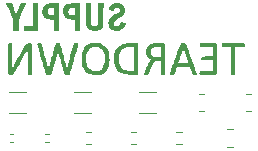
<source format=gbr>
%TF.GenerationSoftware,KiCad,Pcbnew,9.0.1*%
%TF.CreationDate,2025-06-06T15:08:54-07:00*%
%TF.ProjectId,basic_keychain,62617369-635f-46b6-9579-636861696e2e,rev?*%
%TF.SameCoordinates,Original*%
%TF.FileFunction,Legend,Bot*%
%TF.FilePolarity,Positive*%
%FSLAX45Y45*%
G04 Gerber Fmt 4.5, Leading zero omitted, Abs format (unit mm)*
G04 Created by KiCad (PCBNEW 9.0.1) date 2025-06-06 15:08:54*
%MOMM*%
%LPD*%
G01*
G04 APERTURE LIST*
%ADD10C,0.000000*%
%ADD11C,0.120000*%
G04 APERTURE END LIST*
D10*
%TO.C,G\u002A\u002A\u002A*%
G36*
X21474199Y-10824269D02*
G01*
X21474199Y-10940070D01*
X21415661Y-10940070D01*
X21357124Y-10940070D01*
X21357124Y-10919709D01*
X21357124Y-10899349D01*
X21392756Y-10899349D01*
X21428387Y-10899349D01*
X21428387Y-10803908D01*
X21428387Y-10708467D01*
X21451293Y-10708467D01*
X21474199Y-10708467D01*
X21474199Y-10824269D01*
G37*
G36*
X23188599Y-11047575D02*
G01*
X23202686Y-11047876D01*
X23212726Y-11048342D01*
X23218988Y-11048977D01*
X23221741Y-11049789D01*
X23222233Y-11050295D01*
X23224358Y-11055272D01*
X23225220Y-11062338D01*
X23225223Y-11064217D01*
X23225091Y-11070229D01*
X23224190Y-11074487D01*
X23221801Y-11077295D01*
X23217203Y-11078953D01*
X23209676Y-11079764D01*
X23198500Y-11080029D01*
X23182954Y-11080050D01*
X23143778Y-11080050D01*
X23143778Y-11195427D01*
X23143752Y-11214768D01*
X23143655Y-11237299D01*
X23143492Y-11257840D01*
X23143271Y-11275874D01*
X23143001Y-11290885D01*
X23142690Y-11302355D01*
X23142344Y-11309769D01*
X23141973Y-11312609D01*
X23139538Y-11313336D01*
X23133242Y-11313787D01*
X23124794Y-11313670D01*
X23109419Y-11312926D01*
X23108757Y-11196552D01*
X23108095Y-11080179D01*
X23068036Y-11079478D01*
X23027976Y-11078778D01*
X23027976Y-11063507D01*
X23027976Y-11048236D01*
X23123118Y-11047569D01*
X23147208Y-11047441D01*
X23170196Y-11047432D01*
X23188599Y-11047575D01*
G37*
G36*
X21251503Y-10708533D02*
G01*
X21269247Y-10753041D01*
X21273848Y-10764752D01*
X21278905Y-10777602D01*
X21282802Y-10786306D01*
X21286028Y-10790806D01*
X21289069Y-10791039D01*
X21292411Y-10786947D01*
X21296542Y-10778469D01*
X21301948Y-10765545D01*
X21309116Y-10748114D01*
X21311676Y-10742056D01*
X21316905Y-10730194D01*
X21321508Y-10720412D01*
X21325062Y-10713591D01*
X21327142Y-10710613D01*
X21330742Y-10709592D01*
X21337709Y-10708872D01*
X21346509Y-10708549D01*
X21355761Y-10708612D01*
X21364080Y-10709048D01*
X21370086Y-10709847D01*
X21372395Y-10710995D01*
X21372345Y-10711249D01*
X21370894Y-10715055D01*
X21367635Y-10722746D01*
X21362835Y-10733717D01*
X21356760Y-10747362D01*
X21349677Y-10763077D01*
X21341854Y-10780256D01*
X21311313Y-10846988D01*
X21311313Y-10893529D01*
X21311313Y-10940070D01*
X21288407Y-10940070D01*
X21265501Y-10940070D01*
X21265501Y-10893309D01*
X21265501Y-10846548D01*
X21234960Y-10780253D01*
X21233355Y-10776766D01*
X21225635Y-10759881D01*
X21218716Y-10744569D01*
X21212865Y-10731437D01*
X21208352Y-10721095D01*
X21205447Y-10714150D01*
X21204419Y-10711213D01*
X21204475Y-10710967D01*
X21207688Y-10709606D01*
X21215618Y-10708772D01*
X21227961Y-10708500D01*
X21251503Y-10708533D01*
G37*
G36*
X21654900Y-10823904D02*
G01*
X21654900Y-10940070D01*
X21631994Y-10940070D01*
X21609088Y-10940070D01*
X21609088Y-10894624D01*
X21609088Y-10849177D01*
X21585996Y-10847434D01*
X21568142Y-10845279D01*
X21550191Y-10840615D01*
X21535896Y-10833427D01*
X21524686Y-10823413D01*
X21515993Y-10810271D01*
X21515346Y-10808935D01*
X21513026Y-10801710D01*
X21511747Y-10791973D01*
X21511414Y-10781333D01*
X21555771Y-10781333D01*
X21558157Y-10791744D01*
X21563657Y-10800596D01*
X21572272Y-10806653D01*
X21575987Y-10807864D01*
X21585199Y-10809592D01*
X21595009Y-10810271D01*
X21609088Y-10810271D01*
X21609088Y-10778457D01*
X21609088Y-10746643D01*
X21595009Y-10746643D01*
X21589793Y-10746853D01*
X21579946Y-10748158D01*
X21572272Y-10750260D01*
X21567301Y-10753061D01*
X21560343Y-10760758D01*
X21556500Y-10770593D01*
X21555771Y-10781333D01*
X21511414Y-10781333D01*
X21511325Y-10778457D01*
X21511356Y-10774134D01*
X21512653Y-10758458D01*
X21516188Y-10746111D01*
X21522440Y-10735892D01*
X21531883Y-10726600D01*
X21536722Y-10722865D01*
X21543883Y-10718483D01*
X21551925Y-10715191D01*
X21561688Y-10712802D01*
X21574015Y-10711127D01*
X21589746Y-10709978D01*
X21609725Y-10709165D01*
X21654900Y-10707737D01*
X21654900Y-10778457D01*
X21654900Y-10823904D01*
G37*
G36*
X21924679Y-10796527D02*
G01*
X21924679Y-10884587D01*
X21933333Y-10893240D01*
X21938585Y-10897941D01*
X21944794Y-10901088D01*
X21952547Y-10901894D01*
X21955549Y-10901792D01*
X21966784Y-10899458D01*
X21975612Y-10894519D01*
X21980781Y-10887608D01*
X21981135Y-10885827D01*
X21981706Y-10879063D01*
X21982208Y-10868146D01*
X21982626Y-10853670D01*
X21982944Y-10836230D01*
X21983146Y-10816420D01*
X21983217Y-10794834D01*
X21983217Y-10708467D01*
X22006264Y-10708467D01*
X22029312Y-10708467D01*
X22028534Y-10803272D01*
X22028404Y-10818416D01*
X22028181Y-10840354D01*
X22027929Y-10858039D01*
X22027620Y-10871997D01*
X22027227Y-10882756D01*
X22026720Y-10890841D01*
X22026073Y-10896780D01*
X22025256Y-10901099D01*
X22024243Y-10904325D01*
X22023004Y-10906984D01*
X22017252Y-10916325D01*
X22008473Y-10925821D01*
X21997123Y-10933124D01*
X21981944Y-10939220D01*
X21977221Y-10940401D01*
X21964981Y-10941686D01*
X21949311Y-10941646D01*
X21946275Y-10941484D01*
X21925816Y-10938323D01*
X21909039Y-10931749D01*
X21896007Y-10921807D01*
X21886783Y-10908542D01*
X21881431Y-10892002D01*
X21881059Y-10889117D01*
X21880468Y-10880597D01*
X21879942Y-10868138D01*
X21879500Y-10852463D01*
X21879161Y-10834295D01*
X21878944Y-10814360D01*
X21878868Y-10793380D01*
X21878868Y-10708467D01*
X21901774Y-10708467D01*
X21924679Y-10708467D01*
X21924679Y-10796527D01*
G37*
G36*
X21830511Y-10824269D02*
G01*
X21830511Y-10940070D01*
X21808878Y-10940070D01*
X21787245Y-10940070D01*
X21787210Y-10899985D01*
X21787176Y-10892190D01*
X21786987Y-10878702D01*
X21786660Y-10867246D01*
X21786229Y-10858841D01*
X21785728Y-10854506D01*
X21785259Y-10853122D01*
X21783465Y-10850910D01*
X21779725Y-10849431D01*
X21772992Y-10848368D01*
X21762220Y-10847407D01*
X21744092Y-10845220D01*
X21726145Y-10840671D01*
X21712030Y-10833794D01*
X21701253Y-10824336D01*
X21693318Y-10812041D01*
X21691043Y-10806830D01*
X21686609Y-10789700D01*
X21686328Y-10778457D01*
X21731253Y-10778457D01*
X21731287Y-10779957D01*
X21733741Y-10791224D01*
X21739471Y-10800574D01*
X21747622Y-10806544D01*
X21748840Y-10807005D01*
X21756181Y-10808768D01*
X21765187Y-10809895D01*
X21774193Y-10810298D01*
X21781535Y-10809887D01*
X21785548Y-10808574D01*
X21785973Y-10807411D01*
X21786596Y-10802037D01*
X21787005Y-10793582D01*
X21787195Y-10783349D01*
X21787163Y-10772639D01*
X21786905Y-10762754D01*
X21786418Y-10754997D01*
X21785700Y-10750669D01*
X21785527Y-10750314D01*
X21781621Y-10747935D01*
X21774405Y-10746740D01*
X21765352Y-10746740D01*
X21755934Y-10747946D01*
X21747622Y-10750369D01*
X21746478Y-10750892D01*
X21738588Y-10757375D01*
X21733228Y-10767050D01*
X21731253Y-10778457D01*
X21686328Y-10778457D01*
X21686174Y-10772296D01*
X21689485Y-10755534D01*
X21696287Y-10740325D01*
X21706328Y-10727584D01*
X21719354Y-10718226D01*
X21719531Y-10718136D01*
X21728888Y-10714961D01*
X21742804Y-10712365D01*
X21760784Y-10710403D01*
X21782337Y-10709129D01*
X21806969Y-10708597D01*
X21830511Y-10708467D01*
X21830511Y-10783349D01*
X21830511Y-10824269D01*
G37*
G36*
X22321712Y-11192920D02*
G01*
X22321693Y-11219906D01*
X22321639Y-11242393D01*
X22321537Y-11260801D01*
X22321372Y-11275550D01*
X22321130Y-11287060D01*
X22320797Y-11295752D01*
X22320358Y-11302044D01*
X22319799Y-11306358D01*
X22319106Y-11309113D01*
X22318264Y-11310730D01*
X22317260Y-11311628D01*
X22313006Y-11312653D01*
X22304584Y-11313320D01*
X22292982Y-11313637D01*
X22279154Y-11313631D01*
X22264057Y-11313329D01*
X22248645Y-11312758D01*
X22233873Y-11311946D01*
X22220697Y-11310922D01*
X22210071Y-11309711D01*
X22202950Y-11308341D01*
X22183098Y-11301066D01*
X22163175Y-11289339D01*
X22146925Y-11274147D01*
X22134324Y-11255457D01*
X22125350Y-11233232D01*
X22119979Y-11207437D01*
X22118343Y-11180581D01*
X22157724Y-11180581D01*
X22158179Y-11195573D01*
X22160654Y-11215123D01*
X22165552Y-11231459D01*
X22173177Y-11245488D01*
X22183836Y-11258119D01*
X22188720Y-11262834D01*
X22196677Y-11269377D01*
X22204388Y-11273646D01*
X22213714Y-11276809D01*
X22218429Y-11277958D01*
X22235646Y-11280322D01*
X22257617Y-11281112D01*
X22286082Y-11281112D01*
X22286082Y-11180581D01*
X22286082Y-11080050D01*
X22257276Y-11080050D01*
X22246306Y-11080213D01*
X22228927Y-11081502D01*
X22214845Y-11084292D01*
X22202969Y-11088839D01*
X22192208Y-11095400D01*
X22186036Y-11100407D01*
X22173644Y-11115068D01*
X22164781Y-11133352D01*
X22159467Y-11155207D01*
X22157724Y-11180581D01*
X22118343Y-11180581D01*
X22118188Y-11178036D01*
X22118287Y-11171211D01*
X22121046Y-11143605D01*
X22127554Y-11119351D01*
X22137762Y-11098512D01*
X22151624Y-11081151D01*
X22169090Y-11067333D01*
X22190112Y-11057121D01*
X22214643Y-11050578D01*
X22221724Y-11049583D01*
X22233572Y-11048531D01*
X22247465Y-11047760D01*
X22262386Y-11047280D01*
X22277317Y-11047102D01*
X22291241Y-11047235D01*
X22303139Y-11047689D01*
X22311995Y-11048474D01*
X22316791Y-11049599D01*
X22317794Y-11050255D01*
X22318739Y-11051423D01*
X22319518Y-11053460D01*
X22320148Y-11056788D01*
X22320645Y-11061829D01*
X22321023Y-11069006D01*
X22321300Y-11078739D01*
X22321491Y-11091453D01*
X22321612Y-11107568D01*
X22321679Y-11127507D01*
X22321708Y-11151691D01*
X22321714Y-11180544D01*
X22321714Y-11180581D01*
X22321712Y-11192920D01*
G37*
G36*
X22079930Y-11182094D02*
G01*
X22078501Y-11211642D01*
X22074048Y-11237804D01*
X22066489Y-11260090D01*
X22055743Y-11278638D01*
X22041730Y-11293588D01*
X22024368Y-11305077D01*
X22003577Y-11313246D01*
X21998621Y-11314371D01*
X21985999Y-11315789D01*
X21970779Y-11316227D01*
X21954490Y-11315748D01*
X21938661Y-11314418D01*
X21924821Y-11312303D01*
X21914499Y-11309466D01*
X21909317Y-11307265D01*
X21889775Y-11295636D01*
X21873325Y-11280066D01*
X21860173Y-11260787D01*
X21850528Y-11238029D01*
X21850116Y-11236693D01*
X21847016Y-11222559D01*
X21844861Y-11205137D01*
X21843707Y-11185972D01*
X21843674Y-11179597D01*
X21882253Y-11179597D01*
X21883679Y-11203305D01*
X21886109Y-11217497D01*
X21892349Y-11238239D01*
X21901387Y-11254991D01*
X21913384Y-11268018D01*
X21928497Y-11277581D01*
X21933326Y-11279690D01*
X21941253Y-11282087D01*
X21950467Y-11283282D01*
X21962856Y-11283607D01*
X21973040Y-11283200D01*
X21991432Y-11279756D01*
X22006670Y-11272660D01*
X22018925Y-11261733D01*
X22028369Y-11246796D01*
X22035174Y-11227672D01*
X22039513Y-11204183D01*
X22040516Y-11193864D01*
X22040718Y-11169407D01*
X22037858Y-11146668D01*
X22032108Y-11126344D01*
X22023640Y-11109130D01*
X22012627Y-11095724D01*
X22010748Y-11094030D01*
X21999367Y-11085677D01*
X21987252Y-11080489D01*
X21973076Y-11078055D01*
X21955515Y-11077963D01*
X21952627Y-11078109D01*
X21941707Y-11078955D01*
X21933828Y-11080379D01*
X21927302Y-11082796D01*
X21920440Y-11086624D01*
X21915485Y-11090105D01*
X21904299Y-11101067D01*
X21894992Y-11114333D01*
X21889042Y-11127956D01*
X21888075Y-11131500D01*
X21883778Y-11154820D01*
X21882253Y-11179597D01*
X21843674Y-11179597D01*
X21843608Y-11166613D01*
X21844620Y-11148605D01*
X21846798Y-11133497D01*
X21852403Y-11113778D01*
X21862218Y-11092834D01*
X21875099Y-11075262D01*
X21890727Y-11061483D01*
X21908781Y-11051917D01*
X21908856Y-11051888D01*
X21922057Y-11048258D01*
X21938426Y-11045822D01*
X21956171Y-11044694D01*
X21973498Y-11044989D01*
X21988613Y-11046821D01*
X21995377Y-11048326D01*
X22017618Y-11056210D01*
X22036526Y-11067914D01*
X22052066Y-11083392D01*
X22064209Y-11102596D01*
X22072922Y-11125479D01*
X22078173Y-11151994D01*
X22079189Y-11169407D01*
X22079930Y-11182094D01*
G37*
G36*
X22921465Y-11046965D02*
G01*
X22940195Y-11046997D01*
X22954618Y-11047110D01*
X22965363Y-11047349D01*
X22973062Y-11047761D01*
X22978343Y-11048392D01*
X22981836Y-11049287D01*
X22984173Y-11050492D01*
X22985982Y-11052054D01*
X22986840Y-11052976D01*
X22987865Y-11054513D01*
X22988709Y-11056744D01*
X22989391Y-11060108D01*
X22989927Y-11065045D01*
X22990335Y-11071995D01*
X22990633Y-11081397D01*
X22990838Y-11093691D01*
X22990966Y-11109317D01*
X22991037Y-11128714D01*
X22991066Y-11152323D01*
X22991072Y-11180581D01*
X22991069Y-11201388D01*
X22991048Y-11226258D01*
X22990991Y-11246794D01*
X22990881Y-11263436D01*
X22990699Y-11276622D01*
X22990429Y-11286792D01*
X22990054Y-11294387D01*
X22989555Y-11299845D01*
X22988916Y-11303607D01*
X22988119Y-11306111D01*
X22987147Y-11307799D01*
X22985982Y-11309108D01*
X22985290Y-11309771D01*
X22983378Y-11311165D01*
X22980700Y-11312232D01*
X22976638Y-11313015D01*
X22970576Y-11313557D01*
X22961894Y-11313903D01*
X22949975Y-11314096D01*
X22934202Y-11314180D01*
X22913956Y-11314198D01*
X22893624Y-11314138D01*
X22875663Y-11313920D01*
X22862087Y-11313527D01*
X22852526Y-11312945D01*
X22846608Y-11312156D01*
X22843966Y-11311144D01*
X22843216Y-11310141D01*
X22841470Y-11304294D01*
X22841013Y-11296486D01*
X22841845Y-11289012D01*
X22843966Y-11284166D01*
X22844057Y-11284083D01*
X22847252Y-11282960D01*
X22854076Y-11282122D01*
X22864891Y-11281548D01*
X22880064Y-11281218D01*
X22899958Y-11281112D01*
X22952896Y-11281112D01*
X22952896Y-11235300D01*
X22952896Y-11189489D01*
X22906130Y-11189489D01*
X22859364Y-11189489D01*
X22857904Y-11182188D01*
X22857427Y-11175731D01*
X22858403Y-11167554D01*
X22860362Y-11160220D01*
X22906629Y-11159527D01*
X22952896Y-11158833D01*
X22952896Y-11119442D01*
X22952896Y-11080050D01*
X22902202Y-11080050D01*
X22899938Y-11080049D01*
X22884345Y-11079953D01*
X22870457Y-11079728D01*
X22859119Y-11079395D01*
X22851179Y-11078980D01*
X22847483Y-11078505D01*
X22846488Y-11077843D01*
X22844262Y-11073223D01*
X22843248Y-11066124D01*
X22843447Y-11058401D01*
X22844859Y-11051911D01*
X22847483Y-11048509D01*
X22850049Y-11048161D01*
X22857229Y-11047774D01*
X22868168Y-11047444D01*
X22882131Y-11047188D01*
X22898386Y-11047023D01*
X22916200Y-11046964D01*
X22921465Y-11046965D01*
G37*
G36*
X22158783Y-10707400D02*
G01*
X22175165Y-10711469D01*
X22188845Y-10718560D01*
X22196250Y-10725413D01*
X22204530Y-10738070D01*
X22209865Y-10752979D01*
X22211813Y-10768772D01*
X22209935Y-10784076D01*
X22206027Y-10794481D01*
X22199849Y-10803993D01*
X22190770Y-10813258D01*
X22178155Y-10822921D01*
X22161373Y-10833628D01*
X22146205Y-10843024D01*
X22133817Y-10851568D01*
X22125067Y-10858947D01*
X22119447Y-10865666D01*
X22116448Y-10872231D01*
X22115561Y-10879146D01*
X22115679Y-10881838D01*
X22118709Y-10892084D01*
X22125114Y-10899468D01*
X22133923Y-10903488D01*
X22144165Y-10903645D01*
X22154869Y-10899436D01*
X22155827Y-10898829D01*
X22162117Y-10893592D01*
X22166956Y-10886437D01*
X22171438Y-10875807D01*
X22171693Y-10875115D01*
X22173490Y-10871511D01*
X22176177Y-10869588D01*
X22180764Y-10869237D01*
X22188262Y-10870353D01*
X22199683Y-10872829D01*
X22208334Y-10875141D01*
X22214973Y-10877799D01*
X22217365Y-10880154D01*
X22217365Y-10880208D01*
X22216008Y-10886205D01*
X22212492Y-10894820D01*
X22207534Y-10904501D01*
X22201854Y-10913696D01*
X22197784Y-10918929D01*
X22184375Y-10930473D01*
X22166763Y-10939277D01*
X22156842Y-10941490D01*
X22143333Y-10942054D01*
X22128684Y-10940880D01*
X22114723Y-10938121D01*
X22103279Y-10933932D01*
X22098996Y-10931535D01*
X22087109Y-10922286D01*
X22077785Y-10911100D01*
X22072257Y-10899349D01*
X22071202Y-10894988D01*
X22069586Y-10878108D01*
X22071352Y-10861236D01*
X22076342Y-10846398D01*
X22080172Y-10839509D01*
X22085043Y-10832933D01*
X22091409Y-10826629D01*
X22100029Y-10819948D01*
X22111658Y-10812238D01*
X22127056Y-10802849D01*
X22132778Y-10799381D01*
X22147754Y-10789426D01*
X22158208Y-10780715D01*
X22164351Y-10772910D01*
X22166393Y-10765672D01*
X22164547Y-10758661D01*
X22159024Y-10751538D01*
X22153139Y-10747006D01*
X22143790Y-10744261D01*
X22134349Y-10746128D01*
X22125509Y-10752414D01*
X22117966Y-10762927D01*
X22115796Y-10766958D01*
X22113014Y-10770994D01*
X22109763Y-10772872D01*
X22104952Y-10772728D01*
X22097492Y-10770701D01*
X22086293Y-10766928D01*
X22081787Y-10765317D01*
X22076473Y-10762739D01*
X22074296Y-10759826D01*
X22074099Y-10755493D01*
X22074766Y-10751741D01*
X22079016Y-10741910D01*
X22086169Y-10731629D01*
X22095144Y-10722308D01*
X22104861Y-10715358D01*
X22107762Y-10713883D01*
X22123648Y-10708553D01*
X22141133Y-10706410D01*
X22158783Y-10707400D01*
G37*
G36*
X22548226Y-11181519D02*
G01*
X22548224Y-11188402D01*
X22548171Y-11213221D01*
X22548056Y-11236358D01*
X22547885Y-11257328D01*
X22547664Y-11275642D01*
X22547401Y-11290815D01*
X22547102Y-11302358D01*
X22546773Y-11309785D01*
X22546422Y-11312609D01*
X22543987Y-11313336D01*
X22537690Y-11313787D01*
X22529243Y-11313670D01*
X22513868Y-11312926D01*
X22513183Y-11254766D01*
X22512498Y-11196606D01*
X22491349Y-11197501D01*
X22489182Y-11197597D01*
X22478826Y-11198323D01*
X22471703Y-11199613D01*
X22466225Y-11201888D01*
X22460802Y-11205566D01*
X22456746Y-11209201D01*
X22450967Y-11216369D01*
X22444897Y-11226374D01*
X22438263Y-11239732D01*
X22430793Y-11256958D01*
X22422214Y-11278567D01*
X22421188Y-11281215D01*
X22416515Y-11292826D01*
X22412345Y-11302499D01*
X22409100Y-11309289D01*
X22407201Y-11312250D01*
X22404305Y-11313090D01*
X22397528Y-11313851D01*
X22388794Y-11314159D01*
X22387262Y-11314158D01*
X22378595Y-11313754D01*
X22373731Y-11312470D01*
X22371565Y-11310042D01*
X22371639Y-11308116D01*
X22373220Y-11301904D01*
X22376264Y-11292485D01*
X22380430Y-11280740D01*
X22385380Y-11267547D01*
X22390773Y-11253782D01*
X22396271Y-11240327D01*
X22401534Y-11228057D01*
X22406222Y-11217853D01*
X22409997Y-11210592D01*
X22411503Y-11208172D01*
X22418047Y-11199479D01*
X22424978Y-11192210D01*
X22433715Y-11184539D01*
X22425435Y-11180351D01*
X22417800Y-11176101D01*
X22404207Y-11165454D01*
X22394933Y-11152647D01*
X22389626Y-11137098D01*
X22388771Y-11127554D01*
X22426860Y-11127554D01*
X22430558Y-11139752D01*
X22438137Y-11150396D01*
X22449534Y-11158548D01*
X22454208Y-11160630D01*
X22462562Y-11163162D01*
X22473022Y-11164827D01*
X22487074Y-11165917D01*
X22512595Y-11167323D01*
X22512595Y-11123419D01*
X22512595Y-11079514D01*
X22482240Y-11080418D01*
X22470111Y-11080870D01*
X22460224Y-11081569D01*
X22453427Y-11082636D01*
X22448659Y-11084245D01*
X22444857Y-11086570D01*
X22439659Y-11091042D01*
X22431349Y-11102259D01*
X22427103Y-11114743D01*
X22426860Y-11127554D01*
X22388771Y-11127554D01*
X22387936Y-11118226D01*
X22388953Y-11103324D01*
X22393509Y-11086800D01*
X22401965Y-11073349D01*
X22414587Y-11062583D01*
X22431638Y-11054112D01*
X22435876Y-11052630D01*
X22442258Y-11051004D01*
X22450054Y-11049788D01*
X22460183Y-11048881D01*
X22473564Y-11048181D01*
X22491116Y-11047588D01*
X22502223Y-11047311D01*
X22518576Y-11047136D01*
X22530492Y-11047392D01*
X22538381Y-11048092D01*
X22542654Y-11049251D01*
X22548226Y-11052233D01*
X22548226Y-11123419D01*
X22548226Y-11181519D01*
G37*
G36*
X21238778Y-11046964D02*
G01*
X21242915Y-11046933D01*
X21246942Y-11047079D01*
X21250199Y-11047846D01*
X21252762Y-11049681D01*
X21254709Y-11053031D01*
X21256114Y-11058342D01*
X21257056Y-11066062D01*
X21257610Y-11076638D01*
X21257852Y-11090516D01*
X21257858Y-11108143D01*
X21257705Y-11129967D01*
X21257470Y-11156434D01*
X21256593Y-11257424D01*
X21267658Y-11236818D01*
X21271215Y-11230215D01*
X21278841Y-11216146D01*
X21287673Y-11199940D01*
X21297348Y-11182258D01*
X21307501Y-11163760D01*
X21317767Y-11145107D01*
X21327782Y-11126959D01*
X21337182Y-11109978D01*
X21345603Y-11094822D01*
X21352680Y-11082154D01*
X21358049Y-11072634D01*
X21361346Y-11066923D01*
X21362821Y-11064514D01*
X21369487Y-11055735D01*
X21376887Y-11050373D01*
X21386422Y-11047694D01*
X21399498Y-11046964D01*
X21405699Y-11047179D01*
X21413140Y-11048698D01*
X21418207Y-11052054D01*
X21419239Y-11053192D01*
X21420222Y-11054794D01*
X21421031Y-11057153D01*
X21421685Y-11060704D01*
X21422199Y-11065879D01*
X21422591Y-11073111D01*
X21422876Y-11082834D01*
X21423072Y-11095482D01*
X21423195Y-11111486D01*
X21423263Y-11131281D01*
X21423291Y-11155299D01*
X21423297Y-11183975D01*
X21423295Y-11188789D01*
X21423247Y-11213474D01*
X21423135Y-11236513D01*
X21422965Y-11257412D01*
X21422744Y-11275680D01*
X21422479Y-11290826D01*
X21422178Y-11302358D01*
X21421847Y-11309783D01*
X21421492Y-11312609D01*
X21419057Y-11313336D01*
X21412761Y-11313787D01*
X21404313Y-11313670D01*
X21388938Y-11312926D01*
X21387665Y-11203853D01*
X21386393Y-11094780D01*
X21380443Y-11107140D01*
X21378798Y-11110480D01*
X21373668Y-11120438D01*
X21366831Y-11133291D01*
X21358606Y-11148472D01*
X21349312Y-11165416D01*
X21339268Y-11183557D01*
X21328793Y-11202327D01*
X21318206Y-11221160D01*
X21307825Y-11239491D01*
X21297971Y-11256752D01*
X21288962Y-11272378D01*
X21281117Y-11285802D01*
X21274754Y-11296458D01*
X21270194Y-11303779D01*
X21267755Y-11307199D01*
X21265565Y-11309285D01*
X21260847Y-11312424D01*
X21254907Y-11313857D01*
X21245823Y-11314198D01*
X21242646Y-11314244D01*
X21237643Y-11314395D01*
X21233471Y-11314290D01*
X21230051Y-11313527D01*
X21227307Y-11311702D01*
X21225161Y-11308413D01*
X21223536Y-11303258D01*
X21222354Y-11295832D01*
X21221538Y-11285734D01*
X21221010Y-11272561D01*
X21220694Y-11255910D01*
X21220510Y-11235378D01*
X21220383Y-11210562D01*
X21220235Y-11181060D01*
X21220181Y-11171880D01*
X21220008Y-11143727D01*
X21219899Y-11120142D01*
X21219908Y-11100723D01*
X21220091Y-11085067D01*
X21220504Y-11072770D01*
X21221203Y-11063430D01*
X21222243Y-11056642D01*
X21223680Y-11052005D01*
X21225571Y-11049116D01*
X21227970Y-11047570D01*
X21230934Y-11046964D01*
X21234518Y-11046897D01*
X21238778Y-11046964D01*
G37*
G36*
X22786241Y-11214093D02*
G01*
X22793479Y-11234437D01*
X22800147Y-11253309D01*
X22806048Y-11270157D01*
X22810982Y-11284431D01*
X22814752Y-11295581D01*
X22817159Y-11303056D01*
X22818006Y-11306304D01*
X22817784Y-11308744D01*
X22816309Y-11312502D01*
X22815123Y-11313159D01*
X22809656Y-11314075D01*
X22801867Y-11314237D01*
X22793604Y-11313726D01*
X22786717Y-11312625D01*
X22783053Y-11311017D01*
X22782908Y-11310809D01*
X22780977Y-11306742D01*
X22777861Y-11299012D01*
X22773959Y-11288643D01*
X22769669Y-11276658D01*
X22758776Y-11245481D01*
X22704996Y-11245481D01*
X22651215Y-11245481D01*
X22643870Y-11266478D01*
X22643164Y-11268491D01*
X22638983Y-11280348D01*
X22634876Y-11291876D01*
X22631641Y-11300837D01*
X22626759Y-11314198D01*
X22609046Y-11314198D01*
X22605341Y-11314172D01*
X22596754Y-11313692D01*
X22591912Y-11312449D01*
X22589813Y-11310236D01*
X22589929Y-11309031D01*
X22591415Y-11303478D01*
X22594366Y-11294006D01*
X22598588Y-11281157D01*
X22603888Y-11265474D01*
X22610071Y-11247497D01*
X22616944Y-11227771D01*
X22622197Y-11212849D01*
X22662756Y-11212849D01*
X22664336Y-11213406D01*
X22670246Y-11214018D01*
X22679758Y-11214504D01*
X22692049Y-11214824D01*
X22706294Y-11214940D01*
X22712636Y-11214930D01*
X22727459Y-11214787D01*
X22737928Y-11214438D01*
X22744584Y-11213845D01*
X22747970Y-11212965D01*
X22748630Y-11211758D01*
X22748311Y-11210876D01*
X22746504Y-11205743D01*
X22743403Y-11196864D01*
X22739265Y-11184976D01*
X22734347Y-11170819D01*
X22728906Y-11155130D01*
X22726638Y-11148590D01*
X22721252Y-11133089D01*
X22716413Y-11119217D01*
X22712402Y-11107767D01*
X22709496Y-11099536D01*
X22707975Y-11095321D01*
X22707542Y-11094409D01*
X22706476Y-11093831D01*
X22704987Y-11095321D01*
X22702873Y-11099338D01*
X22699934Y-11106341D01*
X22695969Y-11116789D01*
X22690777Y-11131141D01*
X22684159Y-11149858D01*
X22679275Y-11163809D01*
X22673932Y-11179212D01*
X22669382Y-11192484D01*
X22665852Y-11202958D01*
X22663567Y-11209969D01*
X22662756Y-11212849D01*
X22622197Y-11212849D01*
X22624313Y-11206836D01*
X22631984Y-11185236D01*
X22639764Y-11163513D01*
X22647459Y-11142209D01*
X22654875Y-11121866D01*
X22661818Y-11103027D01*
X22668095Y-11086233D01*
X22673511Y-11072028D01*
X22677874Y-11060954D01*
X22680989Y-11053552D01*
X22682662Y-11050366D01*
X22682964Y-11050101D01*
X22687814Y-11048325D01*
X22695742Y-11047251D01*
X22705125Y-11046888D01*
X22714342Y-11047244D01*
X22721768Y-11048327D01*
X22725781Y-11050145D01*
X22726146Y-11050797D01*
X22728176Y-11055582D01*
X22731620Y-11064401D01*
X22736278Y-11076703D01*
X22741952Y-11091938D01*
X22748445Y-11109555D01*
X22755557Y-11129002D01*
X22763091Y-11149731D01*
X22770849Y-11171189D01*
X22778631Y-11192827D01*
X22785405Y-11211758D01*
X22786241Y-11214093D01*
G37*
G36*
X21651537Y-11047090D02*
G01*
X21657411Y-11047812D01*
X21660641Y-11049542D01*
X21662567Y-11052690D01*
X21662854Y-11053493D01*
X21664425Y-11058829D01*
X21667038Y-11068337D01*
X21670545Y-11081460D01*
X21674800Y-11097641D01*
X21679656Y-11116321D01*
X21684966Y-11136942D01*
X21690582Y-11158948D01*
X21692712Y-11167328D01*
X21698188Y-11188832D01*
X21703264Y-11208717D01*
X21707799Y-11226430D01*
X21711650Y-11241420D01*
X21714677Y-11253134D01*
X21716736Y-11261018D01*
X21717686Y-11264521D01*
X21717873Y-11264676D01*
X21719257Y-11262007D01*
X21721788Y-11254751D01*
X21725389Y-11243173D01*
X21729981Y-11227534D01*
X21735487Y-11208100D01*
X21741829Y-11185134D01*
X21748927Y-11158900D01*
X21778611Y-11048236D01*
X21796613Y-11047495D01*
X21801304Y-11047341D01*
X21809513Y-11047489D01*
X21814098Y-11048501D01*
X21816066Y-11050533D01*
X21816055Y-11051592D01*
X21815015Y-11057066D01*
X21812752Y-11066561D01*
X21809427Y-11079519D01*
X21805200Y-11095382D01*
X21800232Y-11113591D01*
X21794681Y-11133589D01*
X21788710Y-11154817D01*
X21782477Y-11176717D01*
X21776143Y-11198730D01*
X21769868Y-11220299D01*
X21763812Y-11240865D01*
X21758136Y-11259870D01*
X21753000Y-11276755D01*
X21748564Y-11290963D01*
X21744987Y-11301936D01*
X21742431Y-11309114D01*
X21741056Y-11311940D01*
X21737293Y-11313013D01*
X21729762Y-11313778D01*
X21720413Y-11314064D01*
X21710966Y-11313867D01*
X21703143Y-11313185D01*
X21698665Y-11312015D01*
X21698494Y-11311828D01*
X21696927Y-11308067D01*
X21694324Y-11300020D01*
X21690840Y-11288237D01*
X21686628Y-11273265D01*
X21681845Y-11255653D01*
X21676645Y-11235950D01*
X21671183Y-11214704D01*
X21670160Y-11210676D01*
X21664793Y-11189588D01*
X21659805Y-11170072D01*
X21655340Y-11152688D01*
X21651544Y-11137996D01*
X21648560Y-11126557D01*
X21646535Y-11118932D01*
X21645612Y-11115681D01*
X21645375Y-11115737D01*
X21643914Y-11119122D01*
X21641326Y-11126726D01*
X21637760Y-11138057D01*
X21633364Y-11152625D01*
X21628289Y-11169937D01*
X21622684Y-11189502D01*
X21616697Y-11210829D01*
X21614502Y-11218695D01*
X21608515Y-11239823D01*
X21602885Y-11259238D01*
X21597773Y-11276407D01*
X21593343Y-11290797D01*
X21589759Y-11301874D01*
X21587183Y-11309105D01*
X21585777Y-11311957D01*
X21581973Y-11313025D01*
X21574451Y-11313778D01*
X21565129Y-11314065D01*
X21555722Y-11313882D01*
X21547948Y-11313222D01*
X21543524Y-11312083D01*
X21543315Y-11311841D01*
X21541639Y-11307946D01*
X21538822Y-11299835D01*
X21535024Y-11288070D01*
X21530409Y-11273215D01*
X21525137Y-11255832D01*
X21519370Y-11236484D01*
X21513272Y-11215735D01*
X21507002Y-11194146D01*
X21500724Y-11172282D01*
X21494598Y-11150704D01*
X21488788Y-11129977D01*
X21483454Y-11110662D01*
X21478759Y-11093322D01*
X21474864Y-11078522D01*
X21471931Y-11066822D01*
X21470123Y-11058787D01*
X21469600Y-11054980D01*
X21469639Y-11054652D01*
X21470464Y-11051068D01*
X21472663Y-11049053D01*
X21477474Y-11048045D01*
X21486135Y-11047483D01*
X21490793Y-11047306D01*
X21497988Y-11047508D01*
X21502011Y-11048748D01*
X21504156Y-11051300D01*
X21504664Y-11052728D01*
X21506457Y-11058756D01*
X21509297Y-11068867D01*
X21513041Y-11082527D01*
X21517543Y-11099206D01*
X21522661Y-11118371D01*
X21528250Y-11139491D01*
X21534165Y-11162034D01*
X21537999Y-11176614D01*
X21543648Y-11197761D01*
X21548863Y-11216879D01*
X21553506Y-11233485D01*
X21557437Y-11247095D01*
X21560519Y-11257225D01*
X21562615Y-11263391D01*
X21563585Y-11265110D01*
X21563983Y-11264015D01*
X21565663Y-11258500D01*
X21568450Y-11248885D01*
X21572195Y-11235695D01*
X21576753Y-11219455D01*
X21581974Y-11200688D01*
X21587712Y-11179920D01*
X21593818Y-11157675D01*
X21597197Y-11145371D01*
X21603164Y-11123856D01*
X21608718Y-11104103D01*
X21613705Y-11086636D01*
X21617974Y-11071981D01*
X21621373Y-11060664D01*
X21623749Y-11053210D01*
X21624950Y-11050145D01*
X21626973Y-11048899D01*
X21633714Y-11047477D01*
X21643813Y-11046964D01*
X21651537Y-11047090D01*
G37*
D11*
%TO.C,R3*%
X22327294Y-11641000D02*
X22472706Y-11641000D01*
X22327294Y-11459000D02*
X22472706Y-11459000D01*
%TO.C,R2*%
X21777294Y-11641000D02*
X21922706Y-11641000D01*
X21777294Y-11459000D02*
X21922706Y-11459000D01*
%TO.C,R10*%
X21565364Y-11812000D02*
X21534636Y-11812000D01*
X21565364Y-11888000D02*
X21534636Y-11888000D01*
%TO.C,R4*%
X22836044Y-11476500D02*
X22881456Y-11476500D01*
X22836044Y-11623500D02*
X22881456Y-11623500D01*
%TO.C,R5*%
X23236044Y-11476500D02*
X23281456Y-11476500D01*
X23236044Y-11623500D02*
X23281456Y-11623500D01*
%TO.C,R1*%
X21227294Y-11459000D02*
X21372706Y-11459000D01*
X21227294Y-11641000D02*
X21372706Y-11641000D01*
%TO.C,R6*%
X23122706Y-11923500D02*
X23077294Y-11923500D01*
X23122706Y-11776500D02*
X23077294Y-11776500D01*
%TO.C,R9*%
X21923726Y-11797750D02*
X21876274Y-11797750D01*
X21923726Y-11902250D02*
X21876274Y-11902250D01*
%TO.C,R11*%
X21265364Y-11812000D02*
X21234636Y-11812000D01*
X21265364Y-11888000D02*
X21234636Y-11888000D01*
%TO.C,R7*%
X22691226Y-11797750D02*
X22643774Y-11797750D01*
X22691226Y-11902250D02*
X22643774Y-11902250D01*
%TO.C,R8*%
X22306226Y-11797750D02*
X22258774Y-11797750D01*
X22306226Y-11902250D02*
X22258774Y-11902250D01*
%TD*%
M02*

</source>
